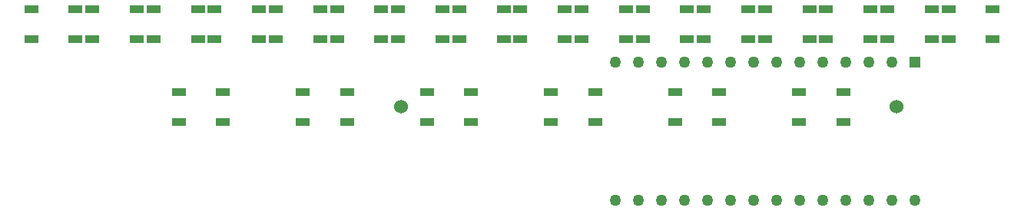
<source format=gbr>
%TF.GenerationSoftware,Altium Limited,Altium Designer,20.0.11 (256)*%
G04 Layer_Color=255*
%FSLAX26Y26*%
%MOIN*%
%TF.FileFunction,Pads,Bot*%
%TF.Part,Single*%
G01*
G75*
%TA.AperFunction,ViaPad*%
%ADD26C,0.060000*%
%TA.AperFunction,ComponentPad*%
%ADD27R,0.050000X0.050000*%
%ADD28C,0.050000*%
%TA.AperFunction,SMDPad,CuDef*%
%ADD36R,0.059055X0.035433*%
%TA.AperFunction,ConnectorPad*%
%ADD37R,0.059055X0.035433*%
D26*
X5930000Y1455000D02*
D03*
X8080000D02*
D03*
D27*
X8160000Y1650000D02*
D03*
D28*
X8060000D02*
D03*
X7960000D02*
D03*
X7860000D02*
D03*
X7760000D02*
D03*
X7660000D02*
D03*
X7560000D02*
D03*
X7460000D02*
D03*
X7360000D02*
D03*
X7260000D02*
D03*
X7160000D02*
D03*
X7060000D02*
D03*
X6960000D02*
D03*
X6860000D02*
D03*
X8160000Y1050000D02*
D03*
X8060000D02*
D03*
X7960000D02*
D03*
X7860000D02*
D03*
X7760000D02*
D03*
X7660000D02*
D03*
X7560000D02*
D03*
X7460000D02*
D03*
X7360000D02*
D03*
X7260000D02*
D03*
X7160000D02*
D03*
X7060000D02*
D03*
X6960000D02*
D03*
X6860000D02*
D03*
D36*
X7851457Y1519961D02*
D03*
Y1390039D02*
D03*
X7658543D02*
D03*
Y1519961D02*
D03*
X7313142D02*
D03*
Y1390039D02*
D03*
X7120228D02*
D03*
Y1519961D02*
D03*
X6774827D02*
D03*
Y1390039D02*
D03*
X6581913D02*
D03*
Y1519961D02*
D03*
X6236512D02*
D03*
Y1390039D02*
D03*
X6043598D02*
D03*
Y1519961D02*
D03*
X5698197D02*
D03*
Y1390039D02*
D03*
X5505283D02*
D03*
Y1519961D02*
D03*
X5159882D02*
D03*
Y1390039D02*
D03*
X4966968D02*
D03*
Y1519961D02*
D03*
X8234544Y1879961D02*
D03*
Y1750039D02*
D03*
X8041630D02*
D03*
Y1879961D02*
D03*
X7969211D02*
D03*
Y1750039D02*
D03*
X7776297D02*
D03*
Y1879961D02*
D03*
X7703878D02*
D03*
Y1750039D02*
D03*
X7510964D02*
D03*
Y1879961D02*
D03*
X7438545D02*
D03*
Y1750039D02*
D03*
X7245631D02*
D03*
Y1879961D02*
D03*
X7173212D02*
D03*
Y1750039D02*
D03*
X6980298D02*
D03*
Y1879961D02*
D03*
X6907879D02*
D03*
Y1750039D02*
D03*
X6714965D02*
D03*
Y1879961D02*
D03*
X6642546D02*
D03*
Y1750039D02*
D03*
X6449632D02*
D03*
Y1879961D02*
D03*
X6377213D02*
D03*
Y1750039D02*
D03*
X6184299D02*
D03*
Y1879961D02*
D03*
X6111880D02*
D03*
Y1750039D02*
D03*
X5918966D02*
D03*
Y1879961D02*
D03*
X5846547D02*
D03*
Y1750039D02*
D03*
X5653633D02*
D03*
Y1879961D02*
D03*
X5315881D02*
D03*
Y1750039D02*
D03*
X5122967D02*
D03*
Y1879961D02*
D03*
X5581214D02*
D03*
Y1750039D02*
D03*
X5388300D02*
D03*
Y1879961D02*
D03*
X5050548D02*
D03*
Y1750039D02*
D03*
X4857634D02*
D03*
Y1879961D02*
D03*
X4785215D02*
D03*
Y1750039D02*
D03*
X4592301D02*
D03*
Y1879961D02*
D03*
X4519882D02*
D03*
Y1750039D02*
D03*
X4326968D02*
D03*
Y1879961D02*
D03*
D37*
X8499877D02*
D03*
Y1750039D02*
D03*
X8306963D02*
D03*
Y1879961D02*
D03*
%TF.MD5,ffe44afc7a570d1ae91f5386a643a6f9*%
M02*

</source>
